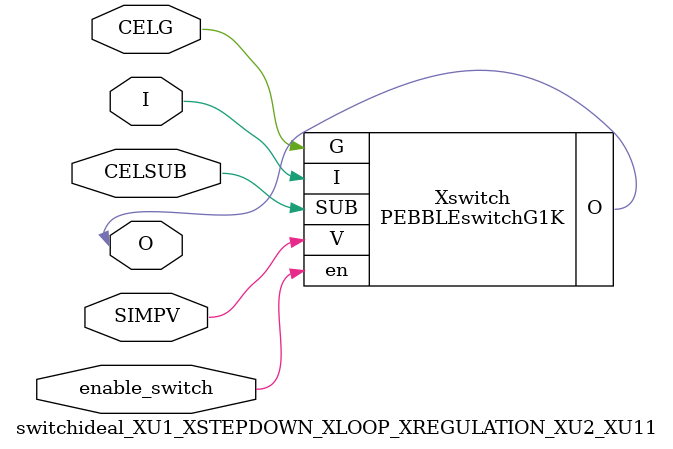
<source format=v>



module PEBBLEswitchG1K ( O, G, I, SUB, V, en );

  input V;
  input en;
  input I;
  input G;
  input SUB;
  output O;
endmodule

//Celera Confidential Do Not Copy switchideal_XU1_XSTEPDOWN_XLOOP_XREGULATION_XU2_XU11
//Celera Confidential Symbol Generator
//1000 Ohm gndSwitch
module switchideal_XU1_XSTEPDOWN_XLOOP_XREGULATION_XU2_XU11 (SIMPV,O,I,enable_switch,CELG,CELSUB);
input SIMPV;
input I;
input enable_switch;
inout O;
input CELG;
input CELSUB;

//Celera Confidential Do Not Copy PEBBLEswitchG1K
PEBBLEswitchG1K Xswitch(
.V (SIMPV),
.I (I),
.O (O),
.en (enable_switch),
.SUB (CELSUB),
.G (CELG)
);
//,diesize,PEBBLEswitchG1K

//Celera Confidential Do Not Copy Module End
//Celera Schematic Generator
endmodule

</source>
